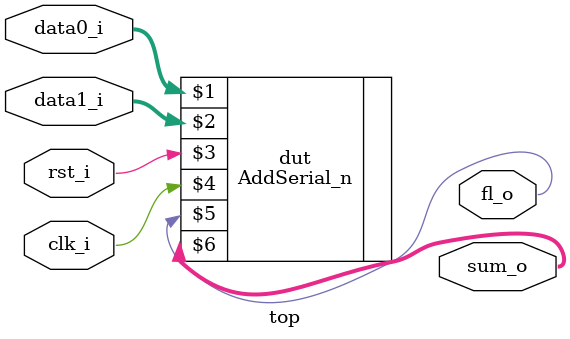
<source format=sv>
module top#(parameter n=8)(data0_i,data1_i,rst_i,clk_i,fl_o,sum_o);
input logic [n-1:0] data0_i,data1_i;
input logic rst_i,clk_i;
output logic fl_o;
output logic [n:0] sum_o;
AddSerial_n#(n) dut(data0_i,data1_i,rst_i,clk_i,fl_o,sum_o);
  endmodule:top

</source>
